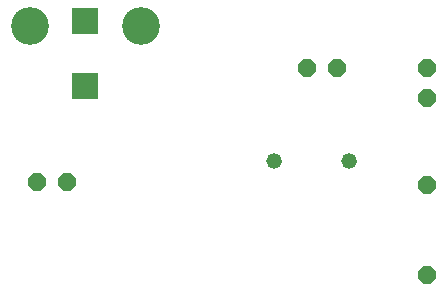
<source format=gbs>
G75*
%MOIN*%
%OFA0B0*%
%FSLAX25Y25*%
%IPPOS*%
%LPD*%
%AMOC8*
5,1,8,0,0,1.08239X$1,22.5*
%
%ADD10OC8,0.06000*%
%ADD11R,0.09068X0.09068*%
%ADD12C,0.12611*%
%ADD13C,0.05200*%
D10*
X0020000Y0059000D03*
X0030000Y0059000D03*
X0110000Y0097000D03*
X0120000Y0097000D03*
X0150000Y0097000D03*
X0150000Y0087000D03*
X0150000Y0058000D03*
X0150000Y0028000D03*
D11*
X0036000Y0091173D03*
X0036000Y0112827D03*
D12*
X0017496Y0111016D03*
X0054504Y0111016D03*
D13*
X0099000Y0066000D03*
X0124000Y0066000D03*
M02*

</source>
